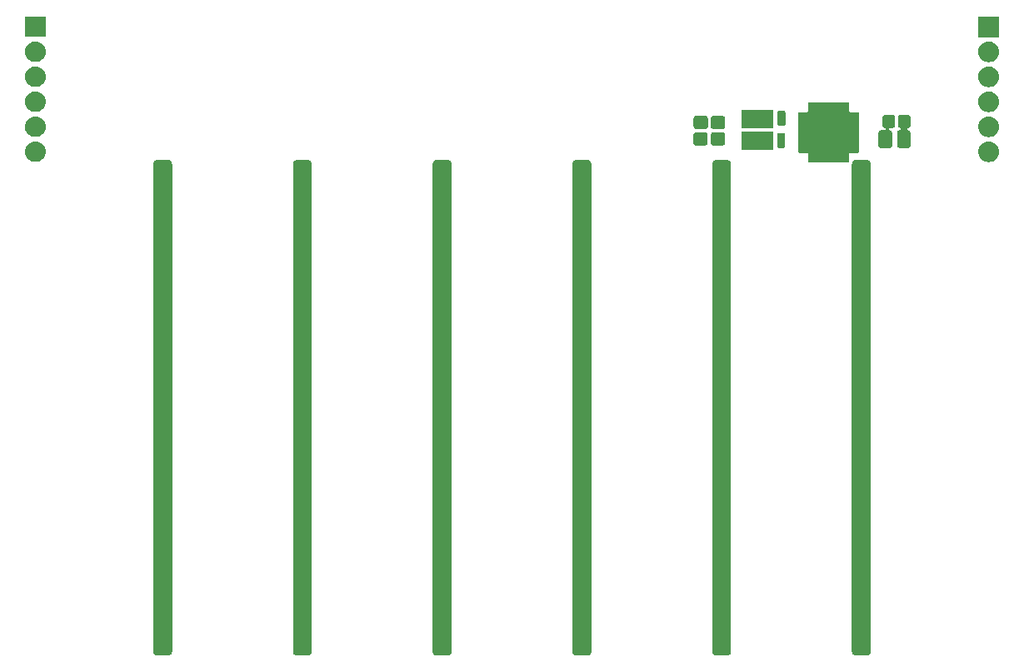
<source format=gbr>
G04 #@! TF.GenerationSoftware,KiCad,Pcbnew,5.0.2-bee76a0~70~ubuntu18.04.1*
G04 #@! TF.CreationDate,2018-12-10T16:15:13+09:00*
G04 #@! TF.ProjectId,2019_01,32303139-5f30-4312-9e6b-696361645f70,rev?*
G04 #@! TF.SameCoordinates,Original*
G04 #@! TF.FileFunction,Soldermask,Top*
G04 #@! TF.FilePolarity,Negative*
%FSLAX46Y46*%
G04 Gerber Fmt 4.6, Leading zero omitted, Abs format (unit mm)*
G04 Created by KiCad (PCBNEW 5.0.2-bee76a0~70~ubuntu18.04.1) date 2018年12月10日 16時15分13秒*
%MOMM*%
%LPD*%
G01*
G04 APERTURE LIST*
%ADD10C,0.100000*%
G04 APERTURE END LIST*
D10*
G36*
X180090024Y-54754234D02*
X180168423Y-54778016D01*
X180240668Y-54816632D01*
X180303997Y-54868603D01*
X180355968Y-54931932D01*
X180394584Y-55004177D01*
X180418366Y-55082576D01*
X180427000Y-55170240D01*
X180427000Y-104720960D01*
X180418366Y-104808624D01*
X180394584Y-104887023D01*
X180355968Y-104959268D01*
X180303997Y-105022597D01*
X180240668Y-105074568D01*
X180168423Y-105113184D01*
X180090024Y-105136966D01*
X180002360Y-105145600D01*
X178927640Y-105145600D01*
X178839976Y-105136966D01*
X178761577Y-105113184D01*
X178689332Y-105074568D01*
X178626003Y-105022597D01*
X178574032Y-104959268D01*
X178535416Y-104887023D01*
X178511634Y-104808624D01*
X178503000Y-104720960D01*
X178503000Y-55170240D01*
X178511634Y-55082576D01*
X178535416Y-55004177D01*
X178574032Y-54931932D01*
X178626003Y-54868603D01*
X178689332Y-54816632D01*
X178761577Y-54778016D01*
X178839976Y-54754234D01*
X178927640Y-54745600D01*
X180002360Y-54745600D01*
X180090024Y-54754234D01*
X180090024Y-54754234D01*
G37*
G36*
X165890024Y-54754234D02*
X165968423Y-54778016D01*
X166040668Y-54816632D01*
X166103997Y-54868603D01*
X166155968Y-54931932D01*
X166194584Y-55004177D01*
X166218366Y-55082576D01*
X166227000Y-55170240D01*
X166227000Y-104720960D01*
X166218366Y-104808624D01*
X166194584Y-104887023D01*
X166155968Y-104959268D01*
X166103997Y-105022597D01*
X166040668Y-105074568D01*
X165968423Y-105113184D01*
X165890024Y-105136966D01*
X165802360Y-105145600D01*
X164727640Y-105145600D01*
X164639976Y-105136966D01*
X164561577Y-105113184D01*
X164489332Y-105074568D01*
X164426003Y-105022597D01*
X164374032Y-104959268D01*
X164335416Y-104887023D01*
X164311634Y-104808624D01*
X164303000Y-104720960D01*
X164303000Y-55170240D01*
X164311634Y-55082576D01*
X164335416Y-55004177D01*
X164374032Y-54931932D01*
X164426003Y-54868603D01*
X164489332Y-54816632D01*
X164561577Y-54778016D01*
X164639976Y-54754234D01*
X164727640Y-54745600D01*
X165802360Y-54745600D01*
X165890024Y-54754234D01*
X165890024Y-54754234D01*
G37*
G36*
X151690024Y-54754234D02*
X151768423Y-54778016D01*
X151840668Y-54816632D01*
X151903997Y-54868603D01*
X151955968Y-54931932D01*
X151994584Y-55004177D01*
X152018366Y-55082576D01*
X152027000Y-55170240D01*
X152027000Y-104720960D01*
X152018366Y-104808624D01*
X151994584Y-104887023D01*
X151955968Y-104959268D01*
X151903997Y-105022597D01*
X151840668Y-105074568D01*
X151768423Y-105113184D01*
X151690024Y-105136966D01*
X151602360Y-105145600D01*
X150527640Y-105145600D01*
X150439976Y-105136966D01*
X150361577Y-105113184D01*
X150289332Y-105074568D01*
X150226003Y-105022597D01*
X150174032Y-104959268D01*
X150135416Y-104887023D01*
X150111634Y-104808624D01*
X150103000Y-104720960D01*
X150103000Y-55170240D01*
X150111634Y-55082576D01*
X150135416Y-55004177D01*
X150174032Y-54931932D01*
X150226003Y-54868603D01*
X150289332Y-54816632D01*
X150361577Y-54778016D01*
X150439976Y-54754234D01*
X150527640Y-54745600D01*
X151602360Y-54745600D01*
X151690024Y-54754234D01*
X151690024Y-54754234D01*
G37*
G36*
X194290024Y-54754234D02*
X194368423Y-54778016D01*
X194440668Y-54816632D01*
X194503997Y-54868603D01*
X194555968Y-54931932D01*
X194594584Y-55004177D01*
X194618366Y-55082576D01*
X194627000Y-55170240D01*
X194627000Y-104720960D01*
X194618366Y-104808624D01*
X194594584Y-104887023D01*
X194555968Y-104959268D01*
X194503997Y-105022597D01*
X194440668Y-105074568D01*
X194368423Y-105113184D01*
X194290024Y-105136966D01*
X194202360Y-105145600D01*
X193127640Y-105145600D01*
X193039976Y-105136966D01*
X192961577Y-105113184D01*
X192889332Y-105074568D01*
X192826003Y-105022597D01*
X192774032Y-104959268D01*
X192735416Y-104887023D01*
X192711634Y-104808624D01*
X192703000Y-104720960D01*
X192703000Y-55170240D01*
X192711634Y-55082576D01*
X192735416Y-55004177D01*
X192774032Y-54931932D01*
X192826003Y-54868603D01*
X192889332Y-54816632D01*
X192961577Y-54778016D01*
X193039976Y-54754234D01*
X193127640Y-54745600D01*
X194202360Y-54745600D01*
X194290024Y-54754234D01*
X194290024Y-54754234D01*
G37*
G36*
X222690024Y-54754234D02*
X222768423Y-54778016D01*
X222840668Y-54816632D01*
X222903997Y-54868603D01*
X222955968Y-54931932D01*
X222994584Y-55004177D01*
X223018366Y-55082576D01*
X223027000Y-55170240D01*
X223027000Y-104720960D01*
X223018366Y-104808624D01*
X222994584Y-104887023D01*
X222955968Y-104959268D01*
X222903997Y-105022597D01*
X222840668Y-105074568D01*
X222768423Y-105113184D01*
X222690024Y-105136966D01*
X222602360Y-105145600D01*
X221527640Y-105145600D01*
X221439976Y-105136966D01*
X221361577Y-105113184D01*
X221289332Y-105074568D01*
X221226003Y-105022597D01*
X221174032Y-104959268D01*
X221135416Y-104887023D01*
X221111634Y-104808624D01*
X221103000Y-104720960D01*
X221103000Y-55170240D01*
X221111634Y-55082576D01*
X221135416Y-55004177D01*
X221174032Y-54931932D01*
X221226003Y-54868603D01*
X221289332Y-54816632D01*
X221361577Y-54778016D01*
X221439976Y-54754234D01*
X221527640Y-54745600D01*
X222602360Y-54745600D01*
X222690024Y-54754234D01*
X222690024Y-54754234D01*
G37*
G36*
X208490024Y-54754234D02*
X208568423Y-54778016D01*
X208640668Y-54816632D01*
X208703997Y-54868603D01*
X208755968Y-54931932D01*
X208794584Y-55004177D01*
X208818366Y-55082576D01*
X208827000Y-55170240D01*
X208827000Y-104720960D01*
X208818366Y-104808624D01*
X208794584Y-104887023D01*
X208755968Y-104959268D01*
X208703997Y-105022597D01*
X208640668Y-105074568D01*
X208568423Y-105113184D01*
X208490024Y-105136966D01*
X208402360Y-105145600D01*
X207327640Y-105145600D01*
X207239976Y-105136966D01*
X207161577Y-105113184D01*
X207089332Y-105074568D01*
X207026003Y-105022597D01*
X206974032Y-104959268D01*
X206935416Y-104887023D01*
X206911634Y-104808624D01*
X206903000Y-104720960D01*
X206903000Y-55170240D01*
X206911634Y-55082576D01*
X206935416Y-55004177D01*
X206974032Y-54931932D01*
X207026003Y-54868603D01*
X207089332Y-54816632D01*
X207161577Y-54778016D01*
X207239976Y-54754234D01*
X207327640Y-54745600D01*
X208402360Y-54745600D01*
X208490024Y-54754234D01*
X208490024Y-54754234D01*
G37*
G36*
X217217749Y-48895260D02*
X217242251Y-48895260D01*
X217261138Y-48893400D01*
X217698862Y-48893400D01*
X217717749Y-48895260D01*
X217742251Y-48895260D01*
X217761138Y-48893400D01*
X218198862Y-48893400D01*
X218217749Y-48895260D01*
X218242251Y-48895260D01*
X218261138Y-48893400D01*
X218698862Y-48893400D01*
X218717749Y-48895260D01*
X218742251Y-48895260D01*
X218761138Y-48893400D01*
X219198862Y-48893400D01*
X219217749Y-48895260D01*
X219242251Y-48895260D01*
X219261138Y-48893400D01*
X219698862Y-48893400D01*
X219717749Y-48895260D01*
X219742251Y-48895260D01*
X219761138Y-48893400D01*
X220198862Y-48893400D01*
X220217749Y-48895260D01*
X220242251Y-48895260D01*
X220261138Y-48893400D01*
X220698862Y-48893400D01*
X220724387Y-48895914D01*
X220743039Y-48901572D01*
X220760222Y-48910756D01*
X220775283Y-48923117D01*
X220787644Y-48938178D01*
X220796828Y-48955361D01*
X220802486Y-48974013D01*
X220805000Y-48999538D01*
X220805000Y-49768400D01*
X220807402Y-49792786D01*
X220814515Y-49816235D01*
X220826066Y-49837846D01*
X220841612Y-49856788D01*
X220860554Y-49872334D01*
X220882165Y-49883885D01*
X220905614Y-49890998D01*
X220930000Y-49893400D01*
X221698862Y-49893400D01*
X221724387Y-49895914D01*
X221743039Y-49901572D01*
X221760222Y-49910756D01*
X221775283Y-49923117D01*
X221787644Y-49938178D01*
X221796828Y-49955361D01*
X221802486Y-49974013D01*
X221805000Y-49999538D01*
X221805000Y-50437262D01*
X221803140Y-50456149D01*
X221803140Y-50480651D01*
X221805000Y-50499538D01*
X221805000Y-50937262D01*
X221803140Y-50956149D01*
X221803140Y-50980651D01*
X221805000Y-50999538D01*
X221805000Y-51437262D01*
X221803140Y-51456149D01*
X221803140Y-51480651D01*
X221805000Y-51499538D01*
X221805000Y-51937262D01*
X221803140Y-51956149D01*
X221803140Y-51980651D01*
X221805000Y-51999538D01*
X221805000Y-52437262D01*
X221803140Y-52456149D01*
X221803140Y-52480651D01*
X221805000Y-52499538D01*
X221805000Y-52937262D01*
X221803140Y-52956149D01*
X221803140Y-52980651D01*
X221805000Y-52999538D01*
X221805000Y-53437262D01*
X221803140Y-53456149D01*
X221803140Y-53480651D01*
X221805000Y-53499538D01*
X221805000Y-53937262D01*
X221802486Y-53962787D01*
X221796828Y-53981439D01*
X221787644Y-53998622D01*
X221775283Y-54013683D01*
X221760222Y-54026044D01*
X221743039Y-54035228D01*
X221724387Y-54040886D01*
X221698862Y-54043400D01*
X220930000Y-54043400D01*
X220905614Y-54045802D01*
X220882165Y-54052915D01*
X220860554Y-54064466D01*
X220841612Y-54080012D01*
X220826066Y-54098954D01*
X220814515Y-54120565D01*
X220807402Y-54144014D01*
X220805000Y-54168400D01*
X220805000Y-54937262D01*
X220802486Y-54962787D01*
X220796828Y-54981439D01*
X220787644Y-54998622D01*
X220775283Y-55013683D01*
X220760222Y-55026044D01*
X220743039Y-55035228D01*
X220724387Y-55040886D01*
X220698862Y-55043400D01*
X220261138Y-55043400D01*
X220242251Y-55041540D01*
X220217749Y-55041540D01*
X220198862Y-55043400D01*
X219761138Y-55043400D01*
X219742251Y-55041540D01*
X219717749Y-55041540D01*
X219698862Y-55043400D01*
X219261138Y-55043400D01*
X219242251Y-55041540D01*
X219217749Y-55041540D01*
X219198862Y-55043400D01*
X218761138Y-55043400D01*
X218742251Y-55041540D01*
X218717749Y-55041540D01*
X218698862Y-55043400D01*
X218261138Y-55043400D01*
X218242251Y-55041540D01*
X218217749Y-55041540D01*
X218198862Y-55043400D01*
X217761138Y-55043400D01*
X217742251Y-55041540D01*
X217717749Y-55041540D01*
X217698862Y-55043400D01*
X217261138Y-55043400D01*
X217242251Y-55041540D01*
X217217749Y-55041540D01*
X217198862Y-55043400D01*
X216761138Y-55043400D01*
X216735613Y-55040886D01*
X216716961Y-55035228D01*
X216699778Y-55026044D01*
X216684717Y-55013683D01*
X216672356Y-54998622D01*
X216663172Y-54981439D01*
X216657514Y-54962787D01*
X216655000Y-54937262D01*
X216655000Y-54168400D01*
X216652598Y-54144014D01*
X216645485Y-54120565D01*
X216633934Y-54098954D01*
X216618388Y-54080012D01*
X216599446Y-54064466D01*
X216577835Y-54052915D01*
X216554386Y-54045802D01*
X216530000Y-54043400D01*
X215761138Y-54043400D01*
X215735613Y-54040886D01*
X215716961Y-54035228D01*
X215699778Y-54026044D01*
X215684717Y-54013683D01*
X215672356Y-53998622D01*
X215663172Y-53981439D01*
X215657514Y-53962787D01*
X215655000Y-53937262D01*
X215655000Y-53499538D01*
X215656860Y-53480651D01*
X215656860Y-53456149D01*
X215655000Y-53437262D01*
X215655000Y-52999538D01*
X215656860Y-52980651D01*
X215656860Y-52956149D01*
X215655000Y-52937262D01*
X215655000Y-52499538D01*
X215656860Y-52480651D01*
X215656860Y-52456149D01*
X215655000Y-52437262D01*
X215655000Y-51999538D01*
X215656860Y-51980651D01*
X215656860Y-51956149D01*
X215655000Y-51937262D01*
X215655000Y-51499538D01*
X215656860Y-51480651D01*
X215656860Y-51456149D01*
X215655000Y-51437262D01*
X215655000Y-50999538D01*
X215656860Y-50980651D01*
X215656860Y-50956149D01*
X215655000Y-50937262D01*
X215655000Y-50499538D01*
X215656860Y-50480651D01*
X215656860Y-50456149D01*
X215655000Y-50437262D01*
X215655000Y-49999538D01*
X215657514Y-49974013D01*
X215663172Y-49955361D01*
X215672356Y-49938178D01*
X215684717Y-49923117D01*
X215699778Y-49910756D01*
X215716961Y-49901572D01*
X215735613Y-49895914D01*
X215761138Y-49893400D01*
X216530000Y-49893400D01*
X216554386Y-49890998D01*
X216577835Y-49883885D01*
X216599446Y-49872334D01*
X216618388Y-49856788D01*
X216633934Y-49837846D01*
X216645485Y-49816235D01*
X216652598Y-49792786D01*
X216655000Y-49768400D01*
X216655000Y-48999538D01*
X216657514Y-48974013D01*
X216663172Y-48955361D01*
X216672356Y-48938178D01*
X216684717Y-48923117D01*
X216699778Y-48910756D01*
X216716961Y-48901572D01*
X216735613Y-48895914D01*
X216761138Y-48893400D01*
X217198862Y-48893400D01*
X217217749Y-48895260D01*
X217217749Y-48895260D01*
G37*
G36*
X235127392Y-52875976D02*
X235211836Y-52884293D01*
X235332138Y-52920786D01*
X235409763Y-52944333D01*
X235592172Y-53041833D01*
X235752054Y-53173046D01*
X235883267Y-53332928D01*
X235980767Y-53515337D01*
X235993071Y-53555900D01*
X236040807Y-53713264D01*
X236061080Y-53919100D01*
X236040807Y-54124936D01*
X236027622Y-54168400D01*
X235980767Y-54322863D01*
X235883267Y-54505272D01*
X235752054Y-54665154D01*
X235592172Y-54796367D01*
X235409763Y-54893867D01*
X235348001Y-54912602D01*
X235211836Y-54953907D01*
X235134707Y-54961503D01*
X235057580Y-54969100D01*
X234954420Y-54969100D01*
X234877293Y-54961503D01*
X234800164Y-54953907D01*
X234663999Y-54912602D01*
X234602237Y-54893867D01*
X234419828Y-54796367D01*
X234259946Y-54665154D01*
X234128733Y-54505272D01*
X234031233Y-54322863D01*
X233984378Y-54168400D01*
X233971193Y-54124936D01*
X233950920Y-53919100D01*
X233971193Y-53713264D01*
X234018929Y-53555900D01*
X234031233Y-53515337D01*
X234128733Y-53332928D01*
X234259946Y-53173046D01*
X234419828Y-53041833D01*
X234602237Y-52944333D01*
X234679862Y-52920786D01*
X234800164Y-52884293D01*
X234884608Y-52875976D01*
X234954420Y-52869100D01*
X235057580Y-52869100D01*
X235127392Y-52875976D01*
X235127392Y-52875976D01*
G37*
G36*
X138244681Y-52871200D02*
X138325836Y-52879193D01*
X138435971Y-52912602D01*
X138523763Y-52939233D01*
X138706172Y-53036733D01*
X138866054Y-53167946D01*
X138997267Y-53327828D01*
X139094767Y-53510237D01*
X139108618Y-53555900D01*
X139154807Y-53708164D01*
X139175080Y-53914000D01*
X139154807Y-54119836D01*
X139140075Y-54168400D01*
X139094767Y-54317763D01*
X138997267Y-54500172D01*
X138866054Y-54660054D01*
X138706172Y-54791267D01*
X138523763Y-54888767D01*
X138457787Y-54908780D01*
X138325836Y-54948807D01*
X138248707Y-54956404D01*
X138171580Y-54964000D01*
X138068420Y-54964000D01*
X137991293Y-54956404D01*
X137914164Y-54948807D01*
X137782213Y-54908780D01*
X137716237Y-54888767D01*
X137533828Y-54791267D01*
X137373946Y-54660054D01*
X137242733Y-54500172D01*
X137145233Y-54317763D01*
X137099925Y-54168400D01*
X137085193Y-54119836D01*
X137064920Y-53914000D01*
X137085193Y-53708164D01*
X137131382Y-53555900D01*
X137145233Y-53510237D01*
X137242733Y-53327828D01*
X137373946Y-53167946D01*
X137533828Y-53036733D01*
X137716237Y-52939233D01*
X137804029Y-52912602D01*
X137914164Y-52879193D01*
X137995319Y-52871200D01*
X138068420Y-52864000D01*
X138171580Y-52864000D01*
X138244681Y-52871200D01*
X138244681Y-52871200D01*
G37*
G36*
X213091000Y-53699200D02*
X209891000Y-53699200D01*
X209891000Y-51899200D01*
X213091000Y-51899200D01*
X213091000Y-53699200D01*
X213091000Y-53699200D01*
G37*
G36*
X225281622Y-50155917D02*
X225329585Y-50170466D01*
X225373775Y-50194086D01*
X225412518Y-50225882D01*
X225444314Y-50264625D01*
X225467934Y-50308815D01*
X225482483Y-50356778D01*
X225488000Y-50412791D01*
X225488000Y-51238009D01*
X225482483Y-51294022D01*
X225467934Y-51341985D01*
X225444314Y-51386175D01*
X225412518Y-51424918D01*
X225373775Y-51456714D01*
X225329585Y-51480334D01*
X225281622Y-51494883D01*
X225225609Y-51500400D01*
X224991853Y-51500400D01*
X224967467Y-51502802D01*
X224944018Y-51509915D01*
X224922407Y-51521466D01*
X224903465Y-51537012D01*
X224887919Y-51555954D01*
X224876368Y-51577565D01*
X224869255Y-51601014D01*
X224866853Y-51625400D01*
X224869255Y-51649786D01*
X224876368Y-51673235D01*
X224887919Y-51694846D01*
X224903465Y-51713788D01*
X224922407Y-51729334D01*
X224955567Y-51745018D01*
X225008153Y-51760970D01*
X225056665Y-51786900D01*
X225099196Y-51821804D01*
X225134100Y-51864335D01*
X225160030Y-51912847D01*
X225176003Y-51965503D01*
X225182000Y-52026390D01*
X225182000Y-53251610D01*
X225176003Y-53312497D01*
X225160030Y-53365153D01*
X225134100Y-53413665D01*
X225099196Y-53456196D01*
X225056665Y-53491100D01*
X225008153Y-53517030D01*
X224955497Y-53533003D01*
X224894610Y-53539000D01*
X224094390Y-53539000D01*
X224033503Y-53533003D01*
X223980847Y-53517030D01*
X223932335Y-53491100D01*
X223889804Y-53456196D01*
X223854900Y-53413665D01*
X223828970Y-53365153D01*
X223812997Y-53312497D01*
X223807000Y-53251610D01*
X223807000Y-52026390D01*
X223812997Y-51965503D01*
X223828970Y-51912847D01*
X223854900Y-51864335D01*
X223889804Y-51821804D01*
X223932335Y-51786900D01*
X223980847Y-51760970D01*
X224033503Y-51744997D01*
X224094390Y-51739000D01*
X224381442Y-51739000D01*
X224405828Y-51736598D01*
X224429277Y-51729485D01*
X224450888Y-51717934D01*
X224469830Y-51702388D01*
X224485376Y-51683446D01*
X224496927Y-51661835D01*
X224504040Y-51638386D01*
X224506442Y-51614000D01*
X224504040Y-51589614D01*
X224496927Y-51566165D01*
X224485376Y-51544554D01*
X224469830Y-51525612D01*
X224450888Y-51510066D01*
X224429277Y-51498515D01*
X224417727Y-51494382D01*
X224371415Y-51480334D01*
X224327225Y-51456714D01*
X224288482Y-51424918D01*
X224256686Y-51386175D01*
X224233066Y-51341985D01*
X224218517Y-51294022D01*
X224213000Y-51238009D01*
X224213000Y-50412791D01*
X224218517Y-50356778D01*
X224233066Y-50308815D01*
X224256686Y-50264625D01*
X224288482Y-50225882D01*
X224327225Y-50194086D01*
X224371415Y-50170466D01*
X224419378Y-50155917D01*
X224475391Y-50150400D01*
X225225609Y-50150400D01*
X225281622Y-50155917D01*
X225281622Y-50155917D01*
G37*
G36*
X226856622Y-50155917D02*
X226904585Y-50170466D01*
X226948775Y-50194086D01*
X226987518Y-50225882D01*
X227019314Y-50264625D01*
X227042934Y-50308815D01*
X227057483Y-50356778D01*
X227063000Y-50412791D01*
X227063000Y-51238009D01*
X227057483Y-51294022D01*
X227042934Y-51341985D01*
X227019314Y-51386175D01*
X226987518Y-51424918D01*
X226948775Y-51456714D01*
X226904585Y-51480334D01*
X226856622Y-51494883D01*
X226836867Y-51496829D01*
X226812834Y-51501610D01*
X226790195Y-51510988D01*
X226769821Y-51524602D01*
X226752494Y-51541930D01*
X226738881Y-51562305D01*
X226729504Y-51584944D01*
X226724724Y-51608977D01*
X226724724Y-51633482D01*
X226729505Y-51657515D01*
X226738883Y-51680154D01*
X226752497Y-51700528D01*
X226769825Y-51717855D01*
X226790200Y-51731468D01*
X226812839Y-51740845D01*
X226824370Y-51743138D01*
X226883153Y-51760970D01*
X226931665Y-51786900D01*
X226974196Y-51821804D01*
X227009100Y-51864335D01*
X227035030Y-51912847D01*
X227051003Y-51965503D01*
X227057000Y-52026390D01*
X227057000Y-53251610D01*
X227051003Y-53312497D01*
X227035030Y-53365153D01*
X227009100Y-53413665D01*
X226974196Y-53456196D01*
X226931665Y-53491100D01*
X226883153Y-53517030D01*
X226830497Y-53533003D01*
X226769610Y-53539000D01*
X225969390Y-53539000D01*
X225908503Y-53533003D01*
X225855847Y-53517030D01*
X225807335Y-53491100D01*
X225764804Y-53456196D01*
X225729900Y-53413665D01*
X225703970Y-53365153D01*
X225687997Y-53312497D01*
X225682000Y-53251610D01*
X225682000Y-52026390D01*
X225687997Y-51965503D01*
X225703970Y-51912847D01*
X225729900Y-51864335D01*
X225764804Y-51821804D01*
X225807335Y-51786900D01*
X225855847Y-51760970D01*
X225908502Y-51744997D01*
X225970363Y-51738904D01*
X225994396Y-51734123D01*
X226017035Y-51724746D01*
X226037410Y-51711132D01*
X226054737Y-51693805D01*
X226068350Y-51673430D01*
X226077728Y-51650791D01*
X226082508Y-51626758D01*
X226082508Y-51602253D01*
X226077727Y-51578220D01*
X226068350Y-51555581D01*
X226054736Y-51535206D01*
X226037409Y-51517879D01*
X226017034Y-51504266D01*
X225994395Y-51494888D01*
X225946415Y-51480334D01*
X225902225Y-51456714D01*
X225863482Y-51424918D01*
X225831686Y-51386175D01*
X225808066Y-51341985D01*
X225793517Y-51294022D01*
X225788000Y-51238009D01*
X225788000Y-50412791D01*
X225793517Y-50356778D01*
X225808066Y-50308815D01*
X225831686Y-50264625D01*
X225863482Y-50225882D01*
X225902225Y-50194086D01*
X225946415Y-50170466D01*
X225994378Y-50155917D01*
X226050391Y-50150400D01*
X226800609Y-50150400D01*
X226856622Y-50155917D01*
X226856622Y-50155917D01*
G37*
G36*
X214208208Y-52034435D02*
X214233886Y-52042225D01*
X214257557Y-52054877D01*
X214278300Y-52071900D01*
X214295323Y-52092643D01*
X214307975Y-52116314D01*
X214315765Y-52141992D01*
X214319000Y-52174841D01*
X214319000Y-52747557D01*
X214316893Y-52768946D01*
X214316893Y-52793454D01*
X214319000Y-52814843D01*
X214319000Y-53387559D01*
X214315765Y-53420408D01*
X214307975Y-53446086D01*
X214295323Y-53469757D01*
X214278300Y-53490500D01*
X214257557Y-53507523D01*
X214233886Y-53520175D01*
X214208208Y-53527965D01*
X214175359Y-53531200D01*
X213662641Y-53531200D01*
X213629792Y-53527965D01*
X213604114Y-53520175D01*
X213580443Y-53507523D01*
X213559700Y-53490500D01*
X213542677Y-53469757D01*
X213530025Y-53446086D01*
X213522235Y-53420408D01*
X213519000Y-53387559D01*
X213519000Y-52814843D01*
X213521107Y-52793454D01*
X213521107Y-52768946D01*
X213519000Y-52747557D01*
X213519000Y-52174841D01*
X213522235Y-52141992D01*
X213530025Y-52116314D01*
X213542677Y-52092643D01*
X213559700Y-52071900D01*
X213580443Y-52054877D01*
X213604114Y-52042225D01*
X213629792Y-52034435D01*
X213662641Y-52031200D01*
X214175359Y-52031200D01*
X214208208Y-52034435D01*
X214208208Y-52034435D01*
G37*
G36*
X207985530Y-51934277D02*
X208037010Y-51949893D01*
X208084442Y-51975246D01*
X208126027Y-52009373D01*
X208160154Y-52050958D01*
X208185507Y-52098390D01*
X208201123Y-52149870D01*
X208207000Y-52209540D01*
X208207000Y-52997260D01*
X208201123Y-53056930D01*
X208185507Y-53108410D01*
X208160154Y-53155842D01*
X208126027Y-53197427D01*
X208084442Y-53231554D01*
X208037010Y-53256907D01*
X207985530Y-53272523D01*
X207925860Y-53278400D01*
X207038140Y-53278400D01*
X206978470Y-53272523D01*
X206926990Y-53256907D01*
X206879558Y-53231554D01*
X206837973Y-53197427D01*
X206803846Y-53155842D01*
X206778493Y-53108410D01*
X206762877Y-53056930D01*
X206757000Y-52997260D01*
X206757000Y-52209540D01*
X206762877Y-52149870D01*
X206778493Y-52098390D01*
X206803846Y-52050958D01*
X206837973Y-52009373D01*
X206879558Y-51975246D01*
X206926990Y-51949893D01*
X206978470Y-51934277D01*
X207038140Y-51928400D01*
X207925860Y-51928400D01*
X207985530Y-51934277D01*
X207985530Y-51934277D01*
G37*
G36*
X206235530Y-51934277D02*
X206287010Y-51949893D01*
X206334442Y-51975246D01*
X206376027Y-52009373D01*
X206410154Y-52050958D01*
X206435507Y-52098390D01*
X206451123Y-52149870D01*
X206457000Y-52209540D01*
X206457000Y-52997260D01*
X206451123Y-53056930D01*
X206435507Y-53108410D01*
X206410154Y-53155842D01*
X206376027Y-53197427D01*
X206334442Y-53231554D01*
X206287010Y-53256907D01*
X206235530Y-53272523D01*
X206175860Y-53278400D01*
X205288140Y-53278400D01*
X205228470Y-53272523D01*
X205176990Y-53256907D01*
X205129558Y-53231554D01*
X205087973Y-53197427D01*
X205053846Y-53155842D01*
X205028493Y-53108410D01*
X205012877Y-53056930D01*
X205007000Y-52997260D01*
X205007000Y-52209540D01*
X205012877Y-52149870D01*
X205028493Y-52098390D01*
X205053846Y-52050958D01*
X205087973Y-52009373D01*
X205129558Y-51975246D01*
X205176990Y-51949893D01*
X205228470Y-51934277D01*
X205288140Y-51928400D01*
X206175860Y-51928400D01*
X206235530Y-51934277D01*
X206235530Y-51934277D01*
G37*
G36*
X235134707Y-50336696D02*
X235211836Y-50344293D01*
X235332513Y-50380900D01*
X235409763Y-50404333D01*
X235592172Y-50501833D01*
X235752054Y-50633046D01*
X235883267Y-50792928D01*
X235980767Y-50975337D01*
X235997661Y-51031030D01*
X236040807Y-51173264D01*
X236061080Y-51379100D01*
X236040807Y-51584936D01*
X236024593Y-51638386D01*
X235980767Y-51782863D01*
X235883267Y-51965272D01*
X235752054Y-52125154D01*
X235592172Y-52256367D01*
X235409763Y-52353867D01*
X235343787Y-52373880D01*
X235211836Y-52413907D01*
X235141992Y-52420786D01*
X235057580Y-52429100D01*
X234954420Y-52429100D01*
X234870008Y-52420786D01*
X234800164Y-52413907D01*
X234668213Y-52373880D01*
X234602237Y-52353867D01*
X234419828Y-52256367D01*
X234259946Y-52125154D01*
X234128733Y-51965272D01*
X234031233Y-51782863D01*
X233987407Y-51638386D01*
X233971193Y-51584936D01*
X233950920Y-51379100D01*
X233971193Y-51173264D01*
X234014339Y-51031030D01*
X234031233Y-50975337D01*
X234128733Y-50792928D01*
X234259946Y-50633046D01*
X234419828Y-50501833D01*
X234602237Y-50404333D01*
X234679487Y-50380900D01*
X234800164Y-50344293D01*
X234877293Y-50336696D01*
X234954420Y-50329100D01*
X235057580Y-50329100D01*
X235134707Y-50336696D01*
X235134707Y-50336696D01*
G37*
G36*
X138248707Y-50331597D02*
X138325836Y-50339193D01*
X138414375Y-50366051D01*
X138523763Y-50399233D01*
X138706172Y-50496733D01*
X138866054Y-50627946D01*
X138997267Y-50787828D01*
X139094767Y-50970237D01*
X139102523Y-50995805D01*
X139154807Y-51168164D01*
X139175080Y-51374000D01*
X139154807Y-51579836D01*
X139124376Y-51680154D01*
X139094767Y-51777763D01*
X138997267Y-51960172D01*
X138866054Y-52120054D01*
X138706172Y-52251267D01*
X138523763Y-52348767D01*
X138457787Y-52368780D01*
X138325836Y-52408807D01*
X138248707Y-52416403D01*
X138171580Y-52424000D01*
X138068420Y-52424000D01*
X137991293Y-52416404D01*
X137914164Y-52408807D01*
X137782213Y-52368780D01*
X137716237Y-52348767D01*
X137533828Y-52251267D01*
X137373946Y-52120054D01*
X137242733Y-51960172D01*
X137145233Y-51777763D01*
X137115624Y-51680154D01*
X137085193Y-51579836D01*
X137064920Y-51374000D01*
X137085193Y-51168164D01*
X137137477Y-50995805D01*
X137145233Y-50970237D01*
X137242733Y-50787828D01*
X137373946Y-50627946D01*
X137533828Y-50496733D01*
X137716237Y-50399233D01*
X137825625Y-50366051D01*
X137914164Y-50339193D01*
X137991293Y-50331597D01*
X138068420Y-50324000D01*
X138171580Y-50324000D01*
X138248707Y-50331597D01*
X138248707Y-50331597D01*
G37*
G36*
X206247530Y-50273077D02*
X206299010Y-50288693D01*
X206346442Y-50314046D01*
X206388027Y-50348173D01*
X206422154Y-50389758D01*
X206447507Y-50437190D01*
X206463123Y-50488670D01*
X206469000Y-50548340D01*
X206469000Y-51336060D01*
X206463123Y-51395730D01*
X206447507Y-51447210D01*
X206422154Y-51494642D01*
X206388027Y-51536227D01*
X206346442Y-51570354D01*
X206299010Y-51595707D01*
X206247530Y-51611323D01*
X206187860Y-51617200D01*
X205300140Y-51617200D01*
X205240470Y-51611323D01*
X205188990Y-51595707D01*
X205141558Y-51570354D01*
X205099973Y-51536227D01*
X205065846Y-51494642D01*
X205040493Y-51447210D01*
X205024877Y-51395730D01*
X205019000Y-51336060D01*
X205019000Y-50548340D01*
X205024877Y-50488670D01*
X205040493Y-50437190D01*
X205065846Y-50389758D01*
X205099973Y-50348173D01*
X205141558Y-50314046D01*
X205188990Y-50288693D01*
X205240470Y-50273077D01*
X205300140Y-50267200D01*
X206187860Y-50267200D01*
X206247530Y-50273077D01*
X206247530Y-50273077D01*
G37*
G36*
X207997530Y-50273077D02*
X208049010Y-50288693D01*
X208096442Y-50314046D01*
X208138027Y-50348173D01*
X208172154Y-50389758D01*
X208197507Y-50437190D01*
X208213123Y-50488670D01*
X208219000Y-50548340D01*
X208219000Y-51336060D01*
X208213123Y-51395730D01*
X208197507Y-51447210D01*
X208172154Y-51494642D01*
X208138027Y-51536227D01*
X208096442Y-51570354D01*
X208049010Y-51595707D01*
X207997530Y-51611323D01*
X207937860Y-51617200D01*
X207050140Y-51617200D01*
X206990470Y-51611323D01*
X206938990Y-51595707D01*
X206891558Y-51570354D01*
X206849973Y-51536227D01*
X206815846Y-51494642D01*
X206790493Y-51447210D01*
X206774877Y-51395730D01*
X206769000Y-51336060D01*
X206769000Y-50548340D01*
X206774877Y-50488670D01*
X206790493Y-50437190D01*
X206815846Y-50389758D01*
X206849973Y-50348173D01*
X206891558Y-50314046D01*
X206938990Y-50288693D01*
X206990470Y-50273077D01*
X207050140Y-50267200D01*
X207937860Y-50267200D01*
X207997530Y-50273077D01*
X207997530Y-50273077D01*
G37*
G36*
X213091000Y-51499200D02*
X209891000Y-51499200D01*
X209891000Y-49699200D01*
X213091000Y-49699200D01*
X213091000Y-51499200D01*
X213091000Y-51499200D01*
G37*
G36*
X214228208Y-49779335D02*
X214253886Y-49787125D01*
X214277557Y-49799777D01*
X214298300Y-49816800D01*
X214315323Y-49837543D01*
X214327975Y-49861214D01*
X214335765Y-49886892D01*
X214339000Y-49919741D01*
X214339000Y-50492457D01*
X214336893Y-50513846D01*
X214336893Y-50538354D01*
X214339000Y-50559743D01*
X214339000Y-51132459D01*
X214335765Y-51165308D01*
X214327975Y-51190986D01*
X214315323Y-51214657D01*
X214298300Y-51235400D01*
X214277557Y-51252423D01*
X214253886Y-51265075D01*
X214228208Y-51272865D01*
X214195359Y-51276100D01*
X213682641Y-51276100D01*
X213649792Y-51272865D01*
X213624114Y-51265075D01*
X213600443Y-51252423D01*
X213579700Y-51235400D01*
X213562677Y-51214657D01*
X213550025Y-51190986D01*
X213542235Y-51165308D01*
X213539000Y-51132459D01*
X213539000Y-50559743D01*
X213541107Y-50538354D01*
X213541107Y-50513846D01*
X213539000Y-50492457D01*
X213539000Y-49919741D01*
X213542235Y-49886892D01*
X213550025Y-49861214D01*
X213562677Y-49837543D01*
X213579700Y-49816800D01*
X213600443Y-49799777D01*
X213624114Y-49787125D01*
X213649792Y-49779335D01*
X213682641Y-49776100D01*
X214195359Y-49776100D01*
X214228208Y-49779335D01*
X214228208Y-49779335D01*
G37*
G36*
X235134707Y-47796696D02*
X235211836Y-47804293D01*
X235343787Y-47844320D01*
X235409763Y-47864333D01*
X235592172Y-47961833D01*
X235752054Y-48093046D01*
X235883267Y-48252928D01*
X235980767Y-48435337D01*
X235980767Y-48435338D01*
X236040807Y-48633264D01*
X236061080Y-48839100D01*
X236040807Y-49044936D01*
X236037481Y-49055900D01*
X235980767Y-49242863D01*
X235883267Y-49425272D01*
X235752054Y-49585154D01*
X235592172Y-49716367D01*
X235409763Y-49813867D01*
X235343787Y-49833880D01*
X235211836Y-49873907D01*
X235134707Y-49881504D01*
X235057580Y-49889100D01*
X234954420Y-49889100D01*
X234877293Y-49881503D01*
X234800164Y-49873907D01*
X234668213Y-49833880D01*
X234602237Y-49813867D01*
X234419828Y-49716367D01*
X234259946Y-49585154D01*
X234128733Y-49425272D01*
X234031233Y-49242863D01*
X233974519Y-49055900D01*
X233971193Y-49044936D01*
X233950920Y-48839100D01*
X233971193Y-48633264D01*
X234031233Y-48435338D01*
X234031233Y-48435337D01*
X234128733Y-48252928D01*
X234259946Y-48093046D01*
X234419828Y-47961833D01*
X234602237Y-47864333D01*
X234668213Y-47844320D01*
X234800164Y-47804293D01*
X234877293Y-47796696D01*
X234954420Y-47789100D01*
X235057580Y-47789100D01*
X235134707Y-47796696D01*
X235134707Y-47796696D01*
G37*
G36*
X138248707Y-47791596D02*
X138325836Y-47799193D01*
X138457787Y-47839220D01*
X138523763Y-47859233D01*
X138706172Y-47956733D01*
X138866054Y-48087946D01*
X138997267Y-48247828D01*
X139094767Y-48430237D01*
X139094767Y-48430238D01*
X139154807Y-48628164D01*
X139175080Y-48834000D01*
X139154807Y-49039836D01*
X139149934Y-49055900D01*
X139094767Y-49237763D01*
X138997267Y-49420172D01*
X138866054Y-49580054D01*
X138706172Y-49711267D01*
X138523763Y-49808767D01*
X138497281Y-49816800D01*
X138325836Y-49868807D01*
X138248707Y-49876404D01*
X138171580Y-49884000D01*
X138068420Y-49884000D01*
X137991293Y-49876404D01*
X137914164Y-49868807D01*
X137742719Y-49816800D01*
X137716237Y-49808767D01*
X137533828Y-49711267D01*
X137373946Y-49580054D01*
X137242733Y-49420172D01*
X137145233Y-49237763D01*
X137090066Y-49055900D01*
X137085193Y-49039836D01*
X137064920Y-48834000D01*
X137085193Y-48628164D01*
X137145233Y-48430238D01*
X137145233Y-48430237D01*
X137242733Y-48247828D01*
X137373946Y-48087946D01*
X137533828Y-47956733D01*
X137716237Y-47859233D01*
X137782213Y-47839220D01*
X137914164Y-47799193D01*
X137991293Y-47791596D01*
X138068420Y-47784000D01*
X138171580Y-47784000D01*
X138248707Y-47791596D01*
X138248707Y-47791596D01*
G37*
G36*
X235134707Y-45256696D02*
X235211836Y-45264293D01*
X235343787Y-45304320D01*
X235409763Y-45324333D01*
X235592172Y-45421833D01*
X235752054Y-45553046D01*
X235883267Y-45712928D01*
X235980767Y-45895337D01*
X235980767Y-45895338D01*
X236040807Y-46093264D01*
X236061080Y-46299100D01*
X236040807Y-46504936D01*
X236000780Y-46636887D01*
X235980767Y-46702863D01*
X235883267Y-46885272D01*
X235752054Y-47045154D01*
X235592172Y-47176367D01*
X235409763Y-47273867D01*
X235343787Y-47293880D01*
X235211836Y-47333907D01*
X235134707Y-47341503D01*
X235057580Y-47349100D01*
X234954420Y-47349100D01*
X234877293Y-47341503D01*
X234800164Y-47333907D01*
X234668213Y-47293880D01*
X234602237Y-47273867D01*
X234419828Y-47176367D01*
X234259946Y-47045154D01*
X234128733Y-46885272D01*
X234031233Y-46702863D01*
X234011220Y-46636887D01*
X233971193Y-46504936D01*
X233950920Y-46299100D01*
X233971193Y-46093264D01*
X234031233Y-45895338D01*
X234031233Y-45895337D01*
X234128733Y-45712928D01*
X234259946Y-45553046D01*
X234419828Y-45421833D01*
X234602237Y-45324333D01*
X234668213Y-45304320D01*
X234800164Y-45264293D01*
X234877293Y-45256696D01*
X234954420Y-45249100D01*
X235057580Y-45249100D01*
X235134707Y-45256696D01*
X235134707Y-45256696D01*
G37*
G36*
X138248707Y-45251596D02*
X138325836Y-45259193D01*
X138457787Y-45299220D01*
X138523763Y-45319233D01*
X138706172Y-45416733D01*
X138866054Y-45547946D01*
X138997267Y-45707828D01*
X139094767Y-45890237D01*
X139094767Y-45890238D01*
X139154807Y-46088164D01*
X139175080Y-46294000D01*
X139154807Y-46499836D01*
X139114780Y-46631787D01*
X139094767Y-46697763D01*
X138997267Y-46880172D01*
X138866054Y-47040054D01*
X138706172Y-47171267D01*
X138523763Y-47268767D01*
X138457787Y-47288780D01*
X138325836Y-47328807D01*
X138248707Y-47336403D01*
X138171580Y-47344000D01*
X138068420Y-47344000D01*
X137991293Y-47336404D01*
X137914164Y-47328807D01*
X137782213Y-47288780D01*
X137716237Y-47268767D01*
X137533828Y-47171267D01*
X137373946Y-47040054D01*
X137242733Y-46880172D01*
X137145233Y-46697763D01*
X137125220Y-46631787D01*
X137085193Y-46499836D01*
X137064920Y-46294000D01*
X137085193Y-46088164D01*
X137145233Y-45890238D01*
X137145233Y-45890237D01*
X137242733Y-45707828D01*
X137373946Y-45547946D01*
X137533828Y-45416733D01*
X137716237Y-45319233D01*
X137782213Y-45299220D01*
X137914164Y-45259193D01*
X137991293Y-45251596D01*
X138068420Y-45244000D01*
X138171580Y-45244000D01*
X138248707Y-45251596D01*
X138248707Y-45251596D01*
G37*
G36*
X235134707Y-42716697D02*
X235211836Y-42724293D01*
X235343787Y-42764320D01*
X235409763Y-42784333D01*
X235592172Y-42881833D01*
X235752054Y-43013046D01*
X235883267Y-43172928D01*
X235980767Y-43355337D01*
X235980767Y-43355338D01*
X236040807Y-43553264D01*
X236061080Y-43759100D01*
X236040807Y-43964936D01*
X236000780Y-44096887D01*
X235980767Y-44162863D01*
X235883267Y-44345272D01*
X235752054Y-44505154D01*
X235592172Y-44636367D01*
X235409763Y-44733867D01*
X235343787Y-44753880D01*
X235211836Y-44793907D01*
X235134707Y-44801504D01*
X235057580Y-44809100D01*
X234954420Y-44809100D01*
X234877293Y-44801504D01*
X234800164Y-44793907D01*
X234668213Y-44753880D01*
X234602237Y-44733867D01*
X234419828Y-44636367D01*
X234259946Y-44505154D01*
X234128733Y-44345272D01*
X234031233Y-44162863D01*
X234011220Y-44096887D01*
X233971193Y-43964936D01*
X233950920Y-43759100D01*
X233971193Y-43553264D01*
X234031233Y-43355338D01*
X234031233Y-43355337D01*
X234128733Y-43172928D01*
X234259946Y-43013046D01*
X234419828Y-42881833D01*
X234602237Y-42784333D01*
X234668213Y-42764320D01*
X234800164Y-42724293D01*
X234877293Y-42716697D01*
X234954420Y-42709100D01*
X235057580Y-42709100D01*
X235134707Y-42716697D01*
X235134707Y-42716697D01*
G37*
G36*
X138248707Y-42711596D02*
X138325836Y-42719193D01*
X138457787Y-42759220D01*
X138523763Y-42779233D01*
X138706172Y-42876733D01*
X138866054Y-43007946D01*
X138997267Y-43167828D01*
X139094767Y-43350237D01*
X139094767Y-43350238D01*
X139154807Y-43548164D01*
X139175080Y-43754000D01*
X139154807Y-43959836D01*
X139114780Y-44091787D01*
X139094767Y-44157763D01*
X138997267Y-44340172D01*
X138866054Y-44500054D01*
X138706172Y-44631267D01*
X138523763Y-44728767D01*
X138457787Y-44748780D01*
X138325836Y-44788807D01*
X138248707Y-44796403D01*
X138171580Y-44804000D01*
X138068420Y-44804000D01*
X137991293Y-44796404D01*
X137914164Y-44788807D01*
X137782213Y-44748780D01*
X137716237Y-44728767D01*
X137533828Y-44631267D01*
X137373946Y-44500054D01*
X137242733Y-44340172D01*
X137145233Y-44157763D01*
X137125220Y-44091787D01*
X137085193Y-43959836D01*
X137064920Y-43754000D01*
X137085193Y-43548164D01*
X137145233Y-43350238D01*
X137145233Y-43350237D01*
X137242733Y-43167828D01*
X137373946Y-43007946D01*
X137533828Y-42876733D01*
X137716237Y-42779233D01*
X137782213Y-42759220D01*
X137914164Y-42719193D01*
X137991293Y-42711597D01*
X138068420Y-42704000D01*
X138171580Y-42704000D01*
X138248707Y-42711596D01*
X138248707Y-42711596D01*
G37*
G36*
X236056000Y-42269100D02*
X233956000Y-42269100D01*
X233956000Y-40169100D01*
X236056000Y-40169100D01*
X236056000Y-42269100D01*
X236056000Y-42269100D01*
G37*
G36*
X139170000Y-42264000D02*
X137070000Y-42264000D01*
X137070000Y-40164000D01*
X139170000Y-40164000D01*
X139170000Y-42264000D01*
X139170000Y-42264000D01*
G37*
M02*

</source>
